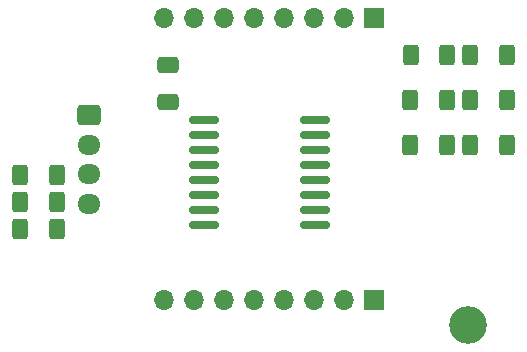
<source format=gbr>
%TF.GenerationSoftware,KiCad,Pcbnew,8.0.5*%
%TF.CreationDate,2025-02-12T18:39:00+02:00*%
%TF.ProjectId,IOExpander_PCF8574,494f4578-7061-46e6-9465-725f50434638,rev?*%
%TF.SameCoordinates,Original*%
%TF.FileFunction,Soldermask,Bot*%
%TF.FilePolarity,Negative*%
%FSLAX46Y46*%
G04 Gerber Fmt 4.6, Leading zero omitted, Abs format (unit mm)*
G04 Created by KiCad (PCBNEW 8.0.5) date 2025-02-12 18:39:00*
%MOMM*%
%LPD*%
G01*
G04 APERTURE LIST*
G04 Aperture macros list*
%AMRoundRect*
0 Rectangle with rounded corners*
0 $1 Rounding radius*
0 $2 $3 $4 $5 $6 $7 $8 $9 X,Y pos of 4 corners*
0 Add a 4 corners polygon primitive as box body*
4,1,4,$2,$3,$4,$5,$6,$7,$8,$9,$2,$3,0*
0 Add four circle primitives for the rounded corners*
1,1,$1+$1,$2,$3*
1,1,$1+$1,$4,$5*
1,1,$1+$1,$6,$7*
1,1,$1+$1,$8,$9*
0 Add four rect primitives between the rounded corners*
20,1,$1+$1,$2,$3,$4,$5,0*
20,1,$1+$1,$4,$5,$6,$7,0*
20,1,$1+$1,$6,$7,$8,$9,0*
20,1,$1+$1,$8,$9,$2,$3,0*%
G04 Aperture macros list end*
%ADD10C,3.200000*%
%ADD11RoundRect,0.250000X-0.725000X0.600000X-0.725000X-0.600000X0.725000X-0.600000X0.725000X0.600000X0*%
%ADD12O,1.950000X1.700000*%
%ADD13RoundRect,0.250000X-0.400000X-0.625000X0.400000X-0.625000X0.400000X0.625000X-0.400000X0.625000X0*%
%ADD14R,1.700000X1.700000*%
%ADD15O,1.700000X1.700000*%
%ADD16RoundRect,0.250000X-0.650000X0.412500X-0.650000X-0.412500X0.650000X-0.412500X0.650000X0.412500X0*%
%ADD17RoundRect,0.150000X1.100000X0.150000X-1.100000X0.150000X-1.100000X-0.150000X1.100000X-0.150000X0*%
G04 APERTURE END LIST*
D10*
%TO.C,REF\u002A\u002A*%
X116840000Y-67310000D03*
%TD*%
D11*
%TO.C,J1*%
X84774000Y-49561200D03*
D12*
X84774000Y-52061200D03*
X84774000Y-54561200D03*
X84774000Y-57061200D03*
%TD*%
D13*
%TO.C,R1*%
X78968000Y-54610000D03*
X82068000Y-54610000D03*
%TD*%
%TO.C,R7*%
X111988000Y-48260000D03*
X115088000Y-48260000D03*
%TD*%
%TO.C,R10*%
X117042000Y-52070000D03*
X120142000Y-52070000D03*
%TD*%
D14*
%TO.C,J2*%
X108904000Y-65240000D03*
D15*
X106364000Y-65240000D03*
X103824000Y-65240000D03*
X101284000Y-65240000D03*
X98744000Y-65240000D03*
X96204000Y-65240000D03*
X93664000Y-65240000D03*
X91124000Y-65240000D03*
%TD*%
D13*
%TO.C,R3*%
X78968000Y-59182000D03*
X82068000Y-59182000D03*
%TD*%
%TO.C,R9*%
X111988000Y-52070000D03*
X115088000Y-52070000D03*
%TD*%
D16*
%TO.C,C1*%
X91440000Y-45300500D03*
X91440000Y-48425500D03*
%TD*%
D14*
%TO.C,J3*%
X108904000Y-41364000D03*
D15*
X106364000Y-41364000D03*
X103824000Y-41364000D03*
X101284000Y-41364000D03*
X98744000Y-41364000D03*
X96204000Y-41364000D03*
X93664000Y-41364000D03*
X91124000Y-41364000D03*
%TD*%
D13*
%TO.C,R8*%
X112014000Y-44450000D03*
X115114000Y-44450000D03*
%TD*%
%TO.C,R11*%
X117068000Y-48260000D03*
X120168000Y-48260000D03*
%TD*%
%TO.C,R2*%
X82068000Y-56896000D03*
X78968000Y-56896000D03*
%TD*%
D17*
%TO.C,U1*%
X103948100Y-49936400D03*
X103948100Y-51206400D03*
X103948100Y-52476400D03*
X103948100Y-53746400D03*
X103948100Y-55016400D03*
X103948100Y-56286400D03*
X103948100Y-57556400D03*
X103948100Y-58826400D03*
X94550100Y-58826400D03*
X94550100Y-57556400D03*
X94550100Y-56286400D03*
X94550100Y-55016400D03*
X94550100Y-53746400D03*
X94550100Y-52476400D03*
X94550100Y-51206400D03*
X94550100Y-49936400D03*
%TD*%
D13*
%TO.C,R12*%
X117068000Y-44450000D03*
X120168000Y-44450000D03*
%TD*%
M02*

</source>
